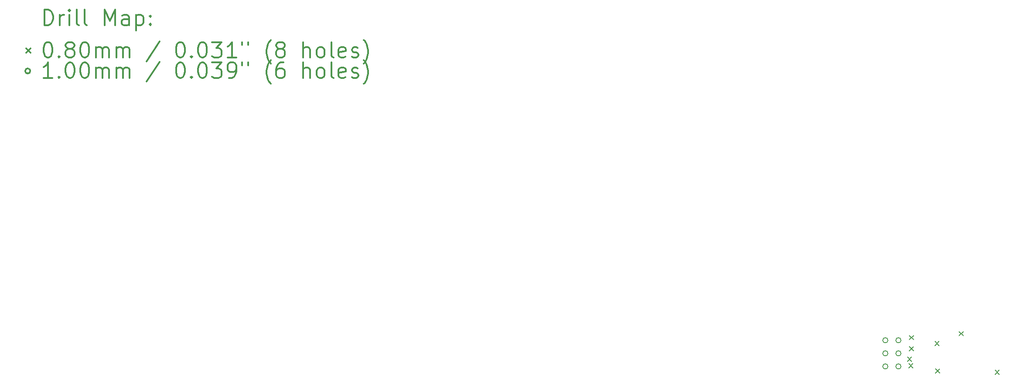
<source format=gbr>
%FSLAX45Y45*%
G04 Gerber Fmt 4.5, Leading zero omitted, Abs format (unit mm)*
G04 Created by KiCad (PCBNEW 4.0.7) date 03/29/18 11:55:07*
%MOMM*%
%LPD*%
G01*
G04 APERTURE LIST*
%ADD10C,0.127000*%
%ADD11C,0.200000*%
%ADD12C,0.300000*%
G04 APERTURE END LIST*
D10*
D11*
X17028800Y-6914520D02*
X17108800Y-6994520D01*
X17108800Y-6914520D02*
X17028800Y-6994520D01*
X17054200Y-7041520D02*
X17134200Y-7121520D01*
X17134200Y-7041520D02*
X17054200Y-7121520D01*
X17066900Y-6495420D02*
X17146900Y-6575420D01*
X17146900Y-6495420D02*
X17066900Y-6575420D01*
X17066900Y-6711320D02*
X17146900Y-6791320D01*
X17146900Y-6711320D02*
X17066900Y-6791320D01*
X17562200Y-6609720D02*
X17642200Y-6689720D01*
X17642200Y-6609720D02*
X17562200Y-6689720D01*
X17574900Y-7143120D02*
X17654900Y-7223120D01*
X17654900Y-7143120D02*
X17574900Y-7223120D01*
X18032100Y-6419220D02*
X18112100Y-6499220D01*
X18112100Y-6419220D02*
X18032100Y-6499220D01*
X18730600Y-7168520D02*
X18810600Y-7248520D01*
X18810600Y-7168520D02*
X18730600Y-7248520D01*
X16648900Y-6586220D02*
G75*
G03X16648900Y-6586220I-50000J0D01*
G01*
X16648900Y-6840220D02*
G75*
G03X16648900Y-6840220I-50000J0D01*
G01*
X16648900Y-7094220D02*
G75*
G03X16648900Y-7094220I-50000J0D01*
G01*
X16902900Y-6586220D02*
G75*
G03X16902900Y-6586220I-50000J0D01*
G01*
X16902900Y-6840220D02*
G75*
G03X16902900Y-6840220I-50000J0D01*
G01*
X16902900Y-7094220D02*
G75*
G03X16902900Y-7094220I-50000J0D01*
G01*
D12*
X271429Y-465714D02*
X271429Y-165714D01*
X342857Y-165714D01*
X385714Y-180000D01*
X414286Y-208571D01*
X428571Y-237143D01*
X442857Y-294286D01*
X442857Y-337143D01*
X428571Y-394286D01*
X414286Y-422857D01*
X385714Y-451429D01*
X342857Y-465714D01*
X271429Y-465714D01*
X571429Y-465714D02*
X571429Y-265714D01*
X571429Y-322857D02*
X585714Y-294286D01*
X600000Y-280000D01*
X628571Y-265714D01*
X657143Y-265714D01*
X757143Y-465714D02*
X757143Y-265714D01*
X757143Y-165714D02*
X742857Y-180000D01*
X757143Y-194286D01*
X771429Y-180000D01*
X757143Y-165714D01*
X757143Y-194286D01*
X942857Y-465714D02*
X914286Y-451429D01*
X900000Y-422857D01*
X900000Y-165714D01*
X1100000Y-465714D02*
X1071429Y-451429D01*
X1057143Y-422857D01*
X1057143Y-165714D01*
X1442857Y-465714D02*
X1442857Y-165714D01*
X1542857Y-380000D01*
X1642857Y-165714D01*
X1642857Y-465714D01*
X1914286Y-465714D02*
X1914286Y-308571D01*
X1900000Y-280000D01*
X1871429Y-265714D01*
X1814286Y-265714D01*
X1785714Y-280000D01*
X1914286Y-451429D02*
X1885714Y-465714D01*
X1814286Y-465714D01*
X1785714Y-451429D01*
X1771429Y-422857D01*
X1771429Y-394286D01*
X1785714Y-365714D01*
X1814286Y-351429D01*
X1885714Y-351429D01*
X1914286Y-337143D01*
X2057143Y-265714D02*
X2057143Y-565714D01*
X2057143Y-280000D02*
X2085714Y-265714D01*
X2142857Y-265714D01*
X2171429Y-280000D01*
X2185714Y-294286D01*
X2200000Y-322857D01*
X2200000Y-408571D01*
X2185714Y-437143D01*
X2171429Y-451429D01*
X2142857Y-465714D01*
X2085714Y-465714D01*
X2057143Y-451429D01*
X2328572Y-437143D02*
X2342857Y-451429D01*
X2328572Y-465714D01*
X2314286Y-451429D01*
X2328572Y-437143D01*
X2328572Y-465714D01*
X2328572Y-280000D02*
X2342857Y-294286D01*
X2328572Y-308571D01*
X2314286Y-294286D01*
X2328572Y-280000D01*
X2328572Y-308571D01*
X-80000Y-920000D02*
X0Y-1000000D01*
X0Y-920000D02*
X-80000Y-1000000D01*
X328571Y-795714D02*
X357143Y-795714D01*
X385714Y-810000D01*
X400000Y-824286D01*
X414286Y-852857D01*
X428571Y-910000D01*
X428571Y-981429D01*
X414286Y-1038571D01*
X400000Y-1067143D01*
X385714Y-1081429D01*
X357143Y-1095714D01*
X328571Y-1095714D01*
X300000Y-1081429D01*
X285714Y-1067143D01*
X271429Y-1038571D01*
X257143Y-981429D01*
X257143Y-910000D01*
X271429Y-852857D01*
X285714Y-824286D01*
X300000Y-810000D01*
X328571Y-795714D01*
X557143Y-1067143D02*
X571429Y-1081429D01*
X557143Y-1095714D01*
X542857Y-1081429D01*
X557143Y-1067143D01*
X557143Y-1095714D01*
X742857Y-924286D02*
X714286Y-910000D01*
X700000Y-895714D01*
X685714Y-867143D01*
X685714Y-852857D01*
X700000Y-824286D01*
X714286Y-810000D01*
X742857Y-795714D01*
X800000Y-795714D01*
X828571Y-810000D01*
X842857Y-824286D01*
X857143Y-852857D01*
X857143Y-867143D01*
X842857Y-895714D01*
X828571Y-910000D01*
X800000Y-924286D01*
X742857Y-924286D01*
X714286Y-938571D01*
X700000Y-952857D01*
X685714Y-981429D01*
X685714Y-1038571D01*
X700000Y-1067143D01*
X714286Y-1081429D01*
X742857Y-1095714D01*
X800000Y-1095714D01*
X828571Y-1081429D01*
X842857Y-1067143D01*
X857143Y-1038571D01*
X857143Y-981429D01*
X842857Y-952857D01*
X828571Y-938571D01*
X800000Y-924286D01*
X1042857Y-795714D02*
X1071429Y-795714D01*
X1100000Y-810000D01*
X1114286Y-824286D01*
X1128571Y-852857D01*
X1142857Y-910000D01*
X1142857Y-981429D01*
X1128571Y-1038571D01*
X1114286Y-1067143D01*
X1100000Y-1081429D01*
X1071429Y-1095714D01*
X1042857Y-1095714D01*
X1014286Y-1081429D01*
X1000000Y-1067143D01*
X985714Y-1038571D01*
X971429Y-981429D01*
X971429Y-910000D01*
X985714Y-852857D01*
X1000000Y-824286D01*
X1014286Y-810000D01*
X1042857Y-795714D01*
X1271429Y-1095714D02*
X1271429Y-895714D01*
X1271429Y-924286D02*
X1285714Y-910000D01*
X1314286Y-895714D01*
X1357143Y-895714D01*
X1385714Y-910000D01*
X1400000Y-938571D01*
X1400000Y-1095714D01*
X1400000Y-938571D02*
X1414286Y-910000D01*
X1442857Y-895714D01*
X1485714Y-895714D01*
X1514286Y-910000D01*
X1528571Y-938571D01*
X1528571Y-1095714D01*
X1671429Y-1095714D02*
X1671429Y-895714D01*
X1671429Y-924286D02*
X1685714Y-910000D01*
X1714286Y-895714D01*
X1757143Y-895714D01*
X1785714Y-910000D01*
X1800000Y-938571D01*
X1800000Y-1095714D01*
X1800000Y-938571D02*
X1814286Y-910000D01*
X1842857Y-895714D01*
X1885714Y-895714D01*
X1914286Y-910000D01*
X1928571Y-938571D01*
X1928571Y-1095714D01*
X2514286Y-781429D02*
X2257143Y-1167143D01*
X2900000Y-795714D02*
X2928571Y-795714D01*
X2957143Y-810000D01*
X2971428Y-824286D01*
X2985714Y-852857D01*
X3000000Y-910000D01*
X3000000Y-981429D01*
X2985714Y-1038571D01*
X2971428Y-1067143D01*
X2957143Y-1081429D01*
X2928571Y-1095714D01*
X2900000Y-1095714D01*
X2871428Y-1081429D01*
X2857143Y-1067143D01*
X2842857Y-1038571D01*
X2828571Y-981429D01*
X2828571Y-910000D01*
X2842857Y-852857D01*
X2857143Y-824286D01*
X2871428Y-810000D01*
X2900000Y-795714D01*
X3128571Y-1067143D02*
X3142857Y-1081429D01*
X3128571Y-1095714D01*
X3114286Y-1081429D01*
X3128571Y-1067143D01*
X3128571Y-1095714D01*
X3328571Y-795714D02*
X3357143Y-795714D01*
X3385714Y-810000D01*
X3400000Y-824286D01*
X3414286Y-852857D01*
X3428571Y-910000D01*
X3428571Y-981429D01*
X3414286Y-1038571D01*
X3400000Y-1067143D01*
X3385714Y-1081429D01*
X3357143Y-1095714D01*
X3328571Y-1095714D01*
X3300000Y-1081429D01*
X3285714Y-1067143D01*
X3271428Y-1038571D01*
X3257143Y-981429D01*
X3257143Y-910000D01*
X3271428Y-852857D01*
X3285714Y-824286D01*
X3300000Y-810000D01*
X3328571Y-795714D01*
X3528571Y-795714D02*
X3714286Y-795714D01*
X3614286Y-910000D01*
X3657143Y-910000D01*
X3685714Y-924286D01*
X3700000Y-938571D01*
X3714286Y-967143D01*
X3714286Y-1038571D01*
X3700000Y-1067143D01*
X3685714Y-1081429D01*
X3657143Y-1095714D01*
X3571428Y-1095714D01*
X3542857Y-1081429D01*
X3528571Y-1067143D01*
X4000000Y-1095714D02*
X3828571Y-1095714D01*
X3914286Y-1095714D02*
X3914286Y-795714D01*
X3885714Y-838571D01*
X3857143Y-867143D01*
X3828571Y-881429D01*
X4114286Y-795714D02*
X4114286Y-852857D01*
X4228571Y-795714D02*
X4228571Y-852857D01*
X4671429Y-1210000D02*
X4657143Y-1195714D01*
X4628571Y-1152857D01*
X4614286Y-1124286D01*
X4600000Y-1081429D01*
X4585714Y-1010000D01*
X4585714Y-952857D01*
X4600000Y-881429D01*
X4614286Y-838571D01*
X4628571Y-810000D01*
X4657143Y-767143D01*
X4671429Y-752857D01*
X4828571Y-924286D02*
X4800000Y-910000D01*
X4785714Y-895714D01*
X4771429Y-867143D01*
X4771429Y-852857D01*
X4785714Y-824286D01*
X4800000Y-810000D01*
X4828571Y-795714D01*
X4885714Y-795714D01*
X4914286Y-810000D01*
X4928571Y-824286D01*
X4942857Y-852857D01*
X4942857Y-867143D01*
X4928571Y-895714D01*
X4914286Y-910000D01*
X4885714Y-924286D01*
X4828571Y-924286D01*
X4800000Y-938571D01*
X4785714Y-952857D01*
X4771429Y-981429D01*
X4771429Y-1038571D01*
X4785714Y-1067143D01*
X4800000Y-1081429D01*
X4828571Y-1095714D01*
X4885714Y-1095714D01*
X4914286Y-1081429D01*
X4928571Y-1067143D01*
X4942857Y-1038571D01*
X4942857Y-981429D01*
X4928571Y-952857D01*
X4914286Y-938571D01*
X4885714Y-924286D01*
X5300000Y-1095714D02*
X5300000Y-795714D01*
X5428571Y-1095714D02*
X5428571Y-938571D01*
X5414286Y-910000D01*
X5385714Y-895714D01*
X5342857Y-895714D01*
X5314286Y-910000D01*
X5300000Y-924286D01*
X5614286Y-1095714D02*
X5585714Y-1081429D01*
X5571429Y-1067143D01*
X5557143Y-1038571D01*
X5557143Y-952857D01*
X5571429Y-924286D01*
X5585714Y-910000D01*
X5614286Y-895714D01*
X5657143Y-895714D01*
X5685714Y-910000D01*
X5700000Y-924286D01*
X5714286Y-952857D01*
X5714286Y-1038571D01*
X5700000Y-1067143D01*
X5685714Y-1081429D01*
X5657143Y-1095714D01*
X5614286Y-1095714D01*
X5885714Y-1095714D02*
X5857143Y-1081429D01*
X5842857Y-1052857D01*
X5842857Y-795714D01*
X6114286Y-1081429D02*
X6085714Y-1095714D01*
X6028571Y-1095714D01*
X6000000Y-1081429D01*
X5985714Y-1052857D01*
X5985714Y-938571D01*
X6000000Y-910000D01*
X6028571Y-895714D01*
X6085714Y-895714D01*
X6114286Y-910000D01*
X6128571Y-938571D01*
X6128571Y-967143D01*
X5985714Y-995714D01*
X6242857Y-1081429D02*
X6271429Y-1095714D01*
X6328571Y-1095714D01*
X6357143Y-1081429D01*
X6371429Y-1052857D01*
X6371429Y-1038571D01*
X6357143Y-1010000D01*
X6328571Y-995714D01*
X6285714Y-995714D01*
X6257143Y-981429D01*
X6242857Y-952857D01*
X6242857Y-938571D01*
X6257143Y-910000D01*
X6285714Y-895714D01*
X6328571Y-895714D01*
X6357143Y-910000D01*
X6471428Y-1210000D02*
X6485714Y-1195714D01*
X6514286Y-1152857D01*
X6528571Y-1124286D01*
X6542857Y-1081429D01*
X6557143Y-1010000D01*
X6557143Y-952857D01*
X6542857Y-881429D01*
X6528571Y-838571D01*
X6514286Y-810000D01*
X6485714Y-767143D01*
X6471428Y-752857D01*
X0Y-1356000D02*
G75*
G03X0Y-1356000I-50000J0D01*
G01*
X428571Y-1491714D02*
X257143Y-1491714D01*
X342857Y-1491714D02*
X342857Y-1191714D01*
X314286Y-1234571D01*
X285714Y-1263143D01*
X257143Y-1277429D01*
X557143Y-1463143D02*
X571429Y-1477429D01*
X557143Y-1491714D01*
X542857Y-1477429D01*
X557143Y-1463143D01*
X557143Y-1491714D01*
X757143Y-1191714D02*
X785714Y-1191714D01*
X814286Y-1206000D01*
X828571Y-1220286D01*
X842857Y-1248857D01*
X857143Y-1306000D01*
X857143Y-1377429D01*
X842857Y-1434571D01*
X828571Y-1463143D01*
X814286Y-1477429D01*
X785714Y-1491714D01*
X757143Y-1491714D01*
X728571Y-1477429D01*
X714286Y-1463143D01*
X700000Y-1434571D01*
X685714Y-1377429D01*
X685714Y-1306000D01*
X700000Y-1248857D01*
X714286Y-1220286D01*
X728571Y-1206000D01*
X757143Y-1191714D01*
X1042857Y-1191714D02*
X1071429Y-1191714D01*
X1100000Y-1206000D01*
X1114286Y-1220286D01*
X1128571Y-1248857D01*
X1142857Y-1306000D01*
X1142857Y-1377429D01*
X1128571Y-1434571D01*
X1114286Y-1463143D01*
X1100000Y-1477429D01*
X1071429Y-1491714D01*
X1042857Y-1491714D01*
X1014286Y-1477429D01*
X1000000Y-1463143D01*
X985714Y-1434571D01*
X971429Y-1377429D01*
X971429Y-1306000D01*
X985714Y-1248857D01*
X1000000Y-1220286D01*
X1014286Y-1206000D01*
X1042857Y-1191714D01*
X1271429Y-1491714D02*
X1271429Y-1291714D01*
X1271429Y-1320286D02*
X1285714Y-1306000D01*
X1314286Y-1291714D01*
X1357143Y-1291714D01*
X1385714Y-1306000D01*
X1400000Y-1334571D01*
X1400000Y-1491714D01*
X1400000Y-1334571D02*
X1414286Y-1306000D01*
X1442857Y-1291714D01*
X1485714Y-1291714D01*
X1514286Y-1306000D01*
X1528571Y-1334571D01*
X1528571Y-1491714D01*
X1671429Y-1491714D02*
X1671429Y-1291714D01*
X1671429Y-1320286D02*
X1685714Y-1306000D01*
X1714286Y-1291714D01*
X1757143Y-1291714D01*
X1785714Y-1306000D01*
X1800000Y-1334571D01*
X1800000Y-1491714D01*
X1800000Y-1334571D02*
X1814286Y-1306000D01*
X1842857Y-1291714D01*
X1885714Y-1291714D01*
X1914286Y-1306000D01*
X1928571Y-1334571D01*
X1928571Y-1491714D01*
X2514286Y-1177429D02*
X2257143Y-1563143D01*
X2900000Y-1191714D02*
X2928571Y-1191714D01*
X2957143Y-1206000D01*
X2971428Y-1220286D01*
X2985714Y-1248857D01*
X3000000Y-1306000D01*
X3000000Y-1377429D01*
X2985714Y-1434571D01*
X2971428Y-1463143D01*
X2957143Y-1477429D01*
X2928571Y-1491714D01*
X2900000Y-1491714D01*
X2871428Y-1477429D01*
X2857143Y-1463143D01*
X2842857Y-1434571D01*
X2828571Y-1377429D01*
X2828571Y-1306000D01*
X2842857Y-1248857D01*
X2857143Y-1220286D01*
X2871428Y-1206000D01*
X2900000Y-1191714D01*
X3128571Y-1463143D02*
X3142857Y-1477429D01*
X3128571Y-1491714D01*
X3114286Y-1477429D01*
X3128571Y-1463143D01*
X3128571Y-1491714D01*
X3328571Y-1191714D02*
X3357143Y-1191714D01*
X3385714Y-1206000D01*
X3400000Y-1220286D01*
X3414286Y-1248857D01*
X3428571Y-1306000D01*
X3428571Y-1377429D01*
X3414286Y-1434571D01*
X3400000Y-1463143D01*
X3385714Y-1477429D01*
X3357143Y-1491714D01*
X3328571Y-1491714D01*
X3300000Y-1477429D01*
X3285714Y-1463143D01*
X3271428Y-1434571D01*
X3257143Y-1377429D01*
X3257143Y-1306000D01*
X3271428Y-1248857D01*
X3285714Y-1220286D01*
X3300000Y-1206000D01*
X3328571Y-1191714D01*
X3528571Y-1191714D02*
X3714286Y-1191714D01*
X3614286Y-1306000D01*
X3657143Y-1306000D01*
X3685714Y-1320286D01*
X3700000Y-1334571D01*
X3714286Y-1363143D01*
X3714286Y-1434571D01*
X3700000Y-1463143D01*
X3685714Y-1477429D01*
X3657143Y-1491714D01*
X3571428Y-1491714D01*
X3542857Y-1477429D01*
X3528571Y-1463143D01*
X3857143Y-1491714D02*
X3914286Y-1491714D01*
X3942857Y-1477429D01*
X3957143Y-1463143D01*
X3985714Y-1420286D01*
X4000000Y-1363143D01*
X4000000Y-1248857D01*
X3985714Y-1220286D01*
X3971428Y-1206000D01*
X3942857Y-1191714D01*
X3885714Y-1191714D01*
X3857143Y-1206000D01*
X3842857Y-1220286D01*
X3828571Y-1248857D01*
X3828571Y-1320286D01*
X3842857Y-1348857D01*
X3857143Y-1363143D01*
X3885714Y-1377429D01*
X3942857Y-1377429D01*
X3971428Y-1363143D01*
X3985714Y-1348857D01*
X4000000Y-1320286D01*
X4114286Y-1191714D02*
X4114286Y-1248857D01*
X4228571Y-1191714D02*
X4228571Y-1248857D01*
X4671429Y-1606000D02*
X4657143Y-1591714D01*
X4628571Y-1548857D01*
X4614286Y-1520286D01*
X4600000Y-1477429D01*
X4585714Y-1406000D01*
X4585714Y-1348857D01*
X4600000Y-1277429D01*
X4614286Y-1234571D01*
X4628571Y-1206000D01*
X4657143Y-1163143D01*
X4671429Y-1148857D01*
X4914286Y-1191714D02*
X4857143Y-1191714D01*
X4828571Y-1206000D01*
X4814286Y-1220286D01*
X4785714Y-1263143D01*
X4771429Y-1320286D01*
X4771429Y-1434571D01*
X4785714Y-1463143D01*
X4800000Y-1477429D01*
X4828571Y-1491714D01*
X4885714Y-1491714D01*
X4914286Y-1477429D01*
X4928571Y-1463143D01*
X4942857Y-1434571D01*
X4942857Y-1363143D01*
X4928571Y-1334571D01*
X4914286Y-1320286D01*
X4885714Y-1306000D01*
X4828571Y-1306000D01*
X4800000Y-1320286D01*
X4785714Y-1334571D01*
X4771429Y-1363143D01*
X5300000Y-1491714D02*
X5300000Y-1191714D01*
X5428571Y-1491714D02*
X5428571Y-1334571D01*
X5414286Y-1306000D01*
X5385714Y-1291714D01*
X5342857Y-1291714D01*
X5314286Y-1306000D01*
X5300000Y-1320286D01*
X5614286Y-1491714D02*
X5585714Y-1477429D01*
X5571429Y-1463143D01*
X5557143Y-1434571D01*
X5557143Y-1348857D01*
X5571429Y-1320286D01*
X5585714Y-1306000D01*
X5614286Y-1291714D01*
X5657143Y-1291714D01*
X5685714Y-1306000D01*
X5700000Y-1320286D01*
X5714286Y-1348857D01*
X5714286Y-1434571D01*
X5700000Y-1463143D01*
X5685714Y-1477429D01*
X5657143Y-1491714D01*
X5614286Y-1491714D01*
X5885714Y-1491714D02*
X5857143Y-1477429D01*
X5842857Y-1448857D01*
X5842857Y-1191714D01*
X6114286Y-1477429D02*
X6085714Y-1491714D01*
X6028571Y-1491714D01*
X6000000Y-1477429D01*
X5985714Y-1448857D01*
X5985714Y-1334571D01*
X6000000Y-1306000D01*
X6028571Y-1291714D01*
X6085714Y-1291714D01*
X6114286Y-1306000D01*
X6128571Y-1334571D01*
X6128571Y-1363143D01*
X5985714Y-1391714D01*
X6242857Y-1477429D02*
X6271429Y-1491714D01*
X6328571Y-1491714D01*
X6357143Y-1477429D01*
X6371429Y-1448857D01*
X6371429Y-1434571D01*
X6357143Y-1406000D01*
X6328571Y-1391714D01*
X6285714Y-1391714D01*
X6257143Y-1377429D01*
X6242857Y-1348857D01*
X6242857Y-1334571D01*
X6257143Y-1306000D01*
X6285714Y-1291714D01*
X6328571Y-1291714D01*
X6357143Y-1306000D01*
X6471428Y-1606000D02*
X6485714Y-1591714D01*
X6514286Y-1548857D01*
X6528571Y-1520286D01*
X6542857Y-1477429D01*
X6557143Y-1406000D01*
X6557143Y-1348857D01*
X6542857Y-1277429D01*
X6528571Y-1234571D01*
X6514286Y-1206000D01*
X6485714Y-1163143D01*
X6471428Y-1148857D01*
M02*

</source>
